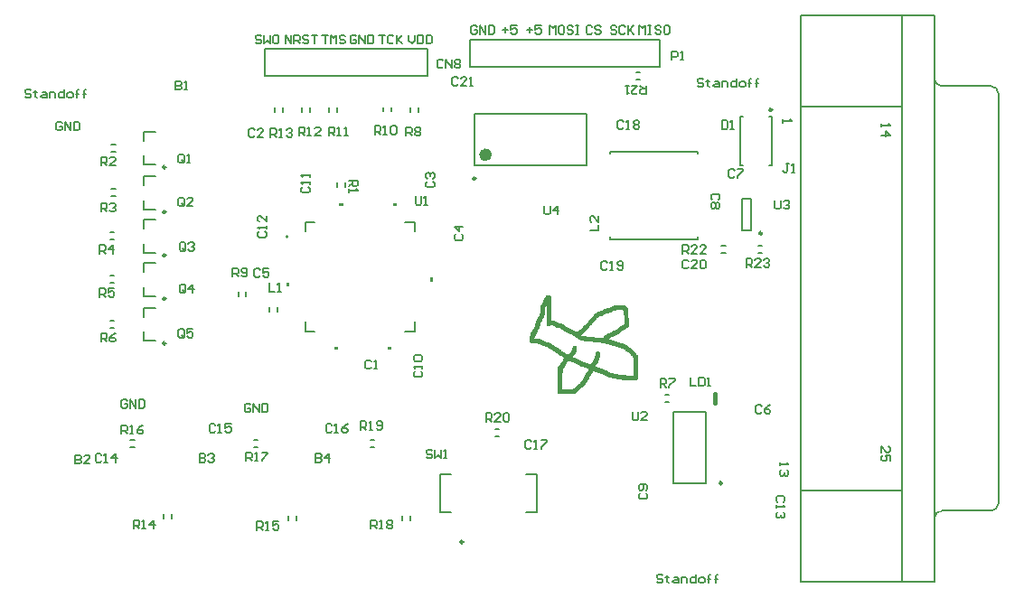
<source format=gto>
G04*
G04 #@! TF.GenerationSoftware,Altium Limited,Altium Designer,19.1.7 (138)*
G04*
G04 Layer_Color=65535*
%FSLAX25Y25*%
%MOIN*%
G70*
G01*
G75*
%ADD10C,0.00984*%
%ADD11C,0.00787*%
%ADD12C,0.02362*%
%ADD13C,0.00600*%
%ADD14C,0.01575*%
G36*
X468392Y233012D02*
X466892D01*
Y232012D01*
X468392D01*
Y233012D01*
D02*
G37*
G36*
X450512Y256797D02*
X449512D01*
Y255297D01*
X450512D01*
Y256797D01*
D02*
G37*
G36*
X470360Y284988D02*
X468860D01*
Y285988D01*
X470360D01*
Y284988D01*
D02*
G37*
G36*
X488077Y233012D02*
X486577D01*
Y232012D01*
X488077D01*
Y233012D01*
D02*
G37*
G36*
X502488Y258766D02*
X503488D01*
Y257266D01*
X502488D01*
Y258766D01*
D02*
G37*
G36*
X490045Y284988D02*
X488545D01*
Y285988D01*
X490045D01*
Y284988D01*
D02*
G37*
G36*
X546200Y252240D02*
X546340Y252200D01*
X546360Y252180D01*
X546440Y252140D01*
X546560Y252060D01*
X546700Y251960D01*
X546980Y251640D01*
Y242940D01*
X547640Y242780D01*
X547700D01*
X547760Y242760D01*
X547840Y242740D01*
X548020Y242700D01*
X548220Y242640D01*
X548240D01*
X548260Y242620D01*
X548380Y242580D01*
X548500Y242520D01*
X548620Y242460D01*
X548640D01*
X548680Y242440D01*
X548800Y242360D01*
X548960Y242300D01*
X549100Y242260D01*
X549140D01*
X549220Y242220D01*
X549320Y242160D01*
X549460Y242040D01*
X549500Y242000D01*
X549560Y241980D01*
X549640Y241940D01*
X549760Y241880D01*
X549920Y241840D01*
X550120Y241800D01*
X550380Y241760D01*
X550480D01*
X550580Y241740D01*
X550700Y241720D01*
X551000Y241660D01*
X551140Y241620D01*
X551260Y241560D01*
X551280D01*
X551320Y241540D01*
X551400Y241480D01*
X551480Y241420D01*
X551620Y241340D01*
X551760Y241220D01*
X551920Y241060D01*
X552120Y240880D01*
X552140Y240860D01*
X552220Y240800D01*
X552320Y240700D01*
X552460Y240600D01*
X552780Y240400D01*
X552940Y240300D01*
X553100Y240240D01*
X553120D01*
X553180Y240220D01*
X553280Y240180D01*
X553420Y240140D01*
X553580Y240060D01*
X553800Y239980D01*
X554040Y239860D01*
X554300Y239720D01*
X554340Y239700D01*
X554420Y239660D01*
X554560Y239580D01*
X554720Y239500D01*
X555060Y239320D01*
X555220Y239220D01*
X555340Y239140D01*
X555360Y239120D01*
X555400Y239100D01*
X555500Y239040D01*
X555640Y239000D01*
X556080Y238840D01*
X556100D01*
X556140Y238820D01*
X556280Y238780D01*
X556440Y238740D01*
X556500Y238720D01*
X556580D01*
X556640Y238740D01*
X556720Y238780D01*
X556820Y238840D01*
X556840D01*
X556860Y238880D01*
X556980Y238940D01*
X557140Y239040D01*
X557320Y239140D01*
X557340Y239160D01*
X557380Y239200D01*
X557480Y239280D01*
X557620Y239400D01*
X557800Y239580D01*
X557940Y239720D01*
X558080Y239840D01*
X558220Y240000D01*
X558400Y240180D01*
X558600Y240400D01*
X558820Y240620D01*
X558840Y240640D01*
X558880Y240680D01*
X558940Y240740D01*
X559020Y240840D01*
X559140Y240960D01*
X559260Y241080D01*
X559560Y241400D01*
X559880Y241780D01*
X560240Y242180D01*
X560620Y242600D01*
X560960Y243020D01*
Y243040D01*
X561000Y243060D01*
X561100Y243180D01*
X561260Y243360D01*
X561460Y243600D01*
X561720Y243880D01*
X562020Y244200D01*
X562340Y244520D01*
X562680Y244860D01*
X562700Y244880D01*
X562720Y244900D01*
X562840Y245000D01*
X563000Y245160D01*
X563200Y245340D01*
X563420Y245520D01*
X563620Y245680D01*
X563820Y245820D01*
X563980Y245900D01*
X564000D01*
X564020Y245920D01*
X564100Y245940D01*
X564200Y245980D01*
X564340Y246040D01*
X564540Y246120D01*
X564780Y246200D01*
X565080Y246320D01*
X565100D01*
X565120Y246340D01*
X565240Y246380D01*
X565400Y246460D01*
X565640Y246560D01*
X565900Y246680D01*
X566200Y246820D01*
X566520Y246960D01*
X566860Y247120D01*
X566880D01*
X566960Y247140D01*
X567060Y247180D01*
X567220Y247220D01*
X567240D01*
X567260Y247240D01*
X567380Y247260D01*
X567540Y247280D01*
X567700Y247300D01*
X567740D01*
X567840Y247340D01*
X568000Y247380D01*
X568200Y247440D01*
X568220D01*
X568260Y247460D01*
X568380Y247520D01*
X568540Y247600D01*
X568700Y247700D01*
X568720Y247720D01*
X568780Y247740D01*
X568880Y247800D01*
X568980Y247860D01*
X569120Y247940D01*
X569280Y248000D01*
X569620Y248140D01*
X569640D01*
X569700Y248160D01*
X569780Y248200D01*
X569900Y248240D01*
X570140Y248300D01*
X570380Y248320D01*
X570420D01*
X570540Y248340D01*
X570660Y248360D01*
X570700Y248380D01*
X570740Y248400D01*
X570760Y248420D01*
X570780D01*
X570840Y248440D01*
X570900Y248460D01*
X571000Y248480D01*
X571120Y248500D01*
X571480D01*
X571620Y248520D01*
X574280D01*
X575540Y247000D01*
X575620Y240740D01*
X575260Y240360D01*
X575240Y240340D01*
X575160Y240260D01*
X575060Y240160D01*
X574940Y240060D01*
X574920Y240040D01*
X574860Y239980D01*
X574780Y239920D01*
X574720Y239880D01*
X574700D01*
X574680Y239860D01*
X574560Y239800D01*
X574380Y239720D01*
X574160Y239580D01*
X574140D01*
X574120Y239540D01*
X573980Y239460D01*
X573800Y239360D01*
X573620Y239260D01*
X573600D01*
X573560Y239220D01*
X573460Y239160D01*
X573320Y239060D01*
X573280Y239040D01*
X573200Y238960D01*
X573060Y238860D01*
X572880Y238720D01*
X572860Y238700D01*
X572780Y238640D01*
X572660Y238540D01*
X572520Y238420D01*
X572340Y238280D01*
X572140Y238140D01*
X571720Y237840D01*
X571700Y237820D01*
X571620Y237780D01*
X571520Y237720D01*
X571400Y237660D01*
X571080Y237500D01*
X570920Y237440D01*
X570760Y237380D01*
X570740D01*
X570680Y237360D01*
X570600Y237320D01*
X570460Y237260D01*
X570280Y237200D01*
X570060Y237080D01*
X569800Y236940D01*
X569480Y236780D01*
X569440Y236760D01*
X569340Y236700D01*
X569180Y236620D01*
X569000Y236520D01*
X568800Y236400D01*
X568600Y236280D01*
X568440Y236160D01*
X568300Y236060D01*
X568280Y236040D01*
X568220Y235980D01*
X568180Y235920D01*
Y235880D01*
X568240D01*
X568280Y235860D01*
X568580D01*
X568680Y235840D01*
X568820Y235820D01*
X569020Y235760D01*
X569040D01*
X569080Y235740D01*
X569120Y235720D01*
X569200Y235700D01*
X569380Y235620D01*
X569580Y235520D01*
X569600D01*
X569620Y235500D01*
X569760Y235460D01*
X569920Y235380D01*
X570100Y235320D01*
X570120D01*
X570140Y235300D01*
X570240Y235280D01*
X570340Y235240D01*
X570440Y235220D01*
X570460D01*
X570520Y235200D01*
X570640Y235180D01*
X570800Y235120D01*
X572100Y234740D01*
X572120D01*
X572160Y234720D01*
X572220Y234700D01*
X572300Y234680D01*
X572480Y234620D01*
X572680Y234580D01*
X572700D01*
X572760Y234560D01*
X572840Y234540D01*
X572960Y234520D01*
X573100Y234480D01*
X573260Y234440D01*
X573600Y234320D01*
X573620D01*
X573680Y234300D01*
X573780Y234260D01*
X573880Y234220D01*
X574160Y234100D01*
X574440Y234000D01*
X574460D01*
X574480Y233980D01*
X574580Y233920D01*
X574680Y233860D01*
X574760Y233840D01*
X574780D01*
X574840Y233820D01*
X574920Y233780D01*
X575020Y233700D01*
X575040Y233680D01*
X575120Y233600D01*
X575240Y233500D01*
X575380Y233360D01*
X575420Y233320D01*
X575500Y233240D01*
X575620Y233140D01*
X575740Y233020D01*
X575760Y233000D01*
X575840Y232960D01*
X575900Y232920D01*
X575960Y232900D01*
X575980D01*
X576020Y232860D01*
X576120Y232820D01*
X576240Y232740D01*
X576400Y232600D01*
X576620Y232420D01*
X576880Y232200D01*
X577200Y231900D01*
X577220D01*
X577240Y231860D01*
X577360Y231760D01*
X577520Y231600D01*
X577700Y231400D01*
X577920Y231200D01*
X578120Y230980D01*
X578280Y230780D01*
X578420Y230600D01*
Y230580D01*
X578440Y230540D01*
X578480Y230480D01*
X578540Y230420D01*
X578660Y230220D01*
X578820Y230040D01*
X578840Y230020D01*
X578860Y230000D01*
X578880Y229960D01*
X578900Y229860D01*
X578940Y229740D01*
Y229560D01*
X578960Y229320D01*
Y229280D01*
Y229240D01*
Y229160D01*
Y229060D01*
X578980Y228940D01*
Y228780D01*
Y228580D01*
Y228360D01*
Y228100D01*
X579000Y227800D01*
Y227440D01*
Y227060D01*
Y226620D01*
Y226140D01*
Y225600D01*
Y221340D01*
X578300Y220640D01*
X575640D01*
X575420Y220660D01*
X575120D01*
X575020Y220680D01*
X574900Y220700D01*
X574660Y220720D01*
X574520Y220760D01*
X574420Y220780D01*
X574400D01*
X574380Y220800D01*
X574320D01*
X574240Y220820D01*
X574040Y220860D01*
X573780Y220900D01*
X573720D01*
X573640Y220920D01*
X573560D01*
X573340Y220940D01*
X573080Y220960D01*
X573020D01*
X572960Y220980D01*
X572740D01*
X572620Y221000D01*
X572300Y221040D01*
X572280D01*
X572220Y221060D01*
X572140D01*
X572040Y221080D01*
X571780Y221120D01*
X571500Y221180D01*
X571480D01*
X571440Y221200D01*
X571380D01*
X571280Y221220D01*
X571060Y221280D01*
X570800Y221320D01*
X570780D01*
X570740Y221340D01*
X570680D01*
X570600Y221360D01*
X570440Y221380D01*
X570160D01*
X570020Y221400D01*
X569820Y221440D01*
X569800D01*
X569780Y221460D01*
X569660Y221500D01*
X569480Y221540D01*
X569280Y221600D01*
X569260D01*
X569240Y221620D01*
X569100Y221640D01*
X568940Y221700D01*
X568740Y221740D01*
X568700Y221760D01*
X568600Y221780D01*
X568480Y221800D01*
X568300D01*
X568200Y221820D01*
X568080Y221840D01*
X568000Y221900D01*
X567980Y221920D01*
X567940Y221960D01*
X567860Y222000D01*
X567740Y222020D01*
X567700D01*
X567620Y222060D01*
X567480Y222160D01*
X567400Y222220D01*
X567300Y222320D01*
X567280Y222340D01*
X567240Y222380D01*
X567160Y222440D01*
X567020Y222520D01*
X566860Y222620D01*
X566640Y222740D01*
X566380Y222860D01*
X566060Y223000D01*
X566020Y223020D01*
X565900Y223060D01*
X565720Y223140D01*
X565480Y223240D01*
X565180Y223340D01*
X564860Y223460D01*
X564500Y223580D01*
X564120Y223680D01*
X564100D01*
X564080Y223700D01*
X563960Y223740D01*
X563800Y223780D01*
X563600Y223840D01*
X563580D01*
X563560Y223860D01*
X563460Y223900D01*
X563320Y223940D01*
X563180Y224000D01*
X563160D01*
X563140Y224020D01*
X563040Y224080D01*
X562900Y224120D01*
X562760Y224140D01*
X562740D01*
X562700Y224120D01*
X562640Y224080D01*
X562580Y224040D01*
X562500Y223960D01*
X562400Y223840D01*
X562280Y223700D01*
X562260Y223680D01*
X562220Y223620D01*
X562160Y223520D01*
X562080Y223400D01*
X561960Y223220D01*
X561840Y223020D01*
X561700Y222780D01*
X561540Y222500D01*
X561120Y221720D01*
Y221700D01*
X561080Y221660D01*
X561020Y221520D01*
X560920Y221360D01*
X560880Y221300D01*
X560840Y221260D01*
X560800Y221220D01*
X560740Y221120D01*
X560640Y221000D01*
X560580Y220860D01*
Y220840D01*
X560540Y220800D01*
X560480Y220700D01*
X560380Y220560D01*
X559640Y219500D01*
X559320Y219020D01*
X559300Y219000D01*
X559240Y218920D01*
X559120Y218780D01*
X559040Y218680D01*
X558940Y218580D01*
X558920Y218560D01*
X558900Y218520D01*
X558840Y218460D01*
X558760Y218400D01*
X558560Y218200D01*
X558300Y217980D01*
X556360Y216340D01*
X556340Y216320D01*
X556280Y216280D01*
X556180Y216200D01*
X556080Y216140D01*
X555880Y215960D01*
X555780Y215900D01*
X555720Y215860D01*
X555700D01*
X555640Y215840D01*
X555600D01*
X555520Y215820D01*
X555400D01*
X555260Y215800D01*
X555100Y215780D01*
X554880D01*
X554640Y215760D01*
X554000D01*
X553600Y215740D01*
X549800D01*
X549480Y216060D01*
X549440Y216100D01*
X549380Y216180D01*
X549300Y216300D01*
X549240Y216440D01*
Y216460D01*
Y216480D01*
Y216540D01*
X549220Y216620D01*
Y216740D01*
Y216880D01*
Y217060D01*
X549240Y217280D01*
X549320Y218060D01*
X549400Y218800D01*
Y218820D01*
Y218860D01*
X549420Y218940D01*
Y219060D01*
X549440Y219240D01*
X549460Y219480D01*
Y219780D01*
X549480Y220160D01*
Y220180D01*
Y220220D01*
Y220280D01*
Y220360D01*
Y220460D01*
X549500Y220580D01*
Y220880D01*
Y221240D01*
X549520Y221660D01*
Y222120D01*
Y222620D01*
Y225820D01*
X549980Y226220D01*
X550000Y226260D01*
X550080Y226360D01*
X550200Y226500D01*
X550340Y226660D01*
Y226680D01*
X550380Y226700D01*
X550460Y226820D01*
X550540Y226960D01*
X550620Y227120D01*
X550640Y227160D01*
X550680Y227240D01*
X550760Y227360D01*
X550860Y227500D01*
X550880Y227540D01*
X550940Y227620D01*
X551020Y227700D01*
X551080Y227780D01*
X551100Y227800D01*
X551120Y227820D01*
X551200Y227940D01*
X551300Y228100D01*
X551320Y228180D01*
X551340Y228280D01*
Y228300D01*
Y228320D01*
X551380Y228460D01*
X551440Y228620D01*
X551540Y228800D01*
X551780Y229020D01*
X550640Y229700D01*
X550620Y229720D01*
X550540Y229760D01*
X550400Y229860D01*
X550200Y229980D01*
X550180Y230000D01*
X550140Y230020D01*
X550080Y230060D01*
X550000Y230120D01*
X549800Y230280D01*
X549560Y230480D01*
X549540Y230500D01*
X549500Y230540D01*
X549440Y230600D01*
X549340Y230660D01*
X549120Y230860D01*
X548820Y231060D01*
X548800Y231080D01*
X548760Y231100D01*
X548680Y231160D01*
X548580Y231220D01*
X548340Y231360D01*
X548100Y231480D01*
X548080D01*
X548040Y231500D01*
X547980Y231540D01*
X547920Y231580D01*
X547720Y231680D01*
X547500Y231800D01*
X547480D01*
X547460Y231820D01*
X547360Y231900D01*
X547240Y231960D01*
X547140Y232040D01*
X547120Y232060D01*
X547060Y232100D01*
X546960Y232180D01*
X546840Y232260D01*
X546660Y232380D01*
X546440Y232500D01*
X546180Y232640D01*
X545880Y232800D01*
X545840Y232820D01*
X545740Y232880D01*
X545580Y232960D01*
X545360Y233040D01*
X545120Y233160D01*
X544860Y233260D01*
X544580Y233360D01*
X544320Y233440D01*
X544300D01*
X544280Y233460D01*
X544220Y233480D01*
X544140Y233500D01*
X543920Y233580D01*
X543660Y233680D01*
X543640D01*
X543600Y233700D01*
X543540Y233740D01*
X543440Y233780D01*
X543240Y233880D01*
X543000Y234000D01*
X542980Y234020D01*
X542920Y234040D01*
X542820Y234080D01*
X542700Y234140D01*
X542420Y234240D01*
X542140Y234320D01*
X542120D01*
X542080Y234340D01*
X541980D01*
X541860Y234360D01*
X541700D01*
X541480Y234380D01*
X540380D01*
X540180Y234400D01*
X539800D01*
X539680Y234420D01*
X539660D01*
X539640Y234440D01*
X539540Y234460D01*
X539400Y234540D01*
X539260Y234660D01*
Y234680D01*
X539240Y234700D01*
X539160Y234800D01*
X539080Y234940D01*
X539020Y235080D01*
Y235100D01*
Y235120D01*
X539000Y235180D01*
Y235260D01*
Y235360D01*
Y235500D01*
Y235660D01*
Y235860D01*
Y235880D01*
Y235920D01*
X539020Y236000D01*
Y236100D01*
X539040Y236220D01*
Y236360D01*
X539100Y236680D01*
X539160Y237020D01*
X539240Y237380D01*
X539340Y237700D01*
X539480Y237980D01*
X539820Y238720D01*
Y238740D01*
X539860Y238780D01*
X539900Y238860D01*
X539940Y238940D01*
X540040Y239140D01*
X540140Y239340D01*
X540620Y240080D01*
X540640Y240120D01*
X540700Y240220D01*
X540780Y240360D01*
X540880Y240560D01*
X540960Y240780D01*
X541040Y241020D01*
X541100Y241260D01*
X541120Y241520D01*
Y241540D01*
Y241560D01*
X541140Y241680D01*
X541180Y241840D01*
X541240Y242000D01*
Y242020D01*
X541280Y242080D01*
X541300Y242160D01*
X541360Y242320D01*
X541500Y242740D01*
Y242760D01*
X541520Y242780D01*
X541540Y242900D01*
X541620Y243080D01*
X541740Y243320D01*
Y243340D01*
X541780Y243380D01*
X541820Y243460D01*
X541860Y243540D01*
X542000Y243760D01*
X542140Y244000D01*
X542160Y244040D01*
X542240Y244140D01*
X542340Y244300D01*
X542440Y244480D01*
X542580Y244700D01*
X542680Y244920D01*
X542780Y245120D01*
X542860Y245320D01*
Y245340D01*
X542880Y245420D01*
X542900Y245540D01*
X542940Y245720D01*
X542960Y245940D01*
X543000Y246220D01*
X543020Y246560D01*
X543040Y246960D01*
Y246980D01*
Y247000D01*
Y247120D01*
X543060Y247280D01*
Y247480D01*
X543080Y247680D01*
X543100Y247880D01*
Y248080D01*
X543120Y248220D01*
Y248240D01*
X543140Y248280D01*
X543180Y248420D01*
X543240Y248580D01*
X543340Y248720D01*
X543360Y248740D01*
X543380Y248780D01*
X543440Y248840D01*
X543500Y248940D01*
X543560Y249060D01*
X543660Y249220D01*
X543740Y249380D01*
X543840Y249580D01*
X543860Y249600D01*
X543880Y249680D01*
X543940Y249800D01*
X544000Y249960D01*
X544080Y250140D01*
X544160Y250340D01*
X544320Y250820D01*
Y250840D01*
X544340Y250880D01*
X544380Y250960D01*
X544420Y251040D01*
X544540Y251260D01*
X544700Y251540D01*
X544920Y251800D01*
X545180Y252020D01*
X545340Y252100D01*
X545500Y252180D01*
X545680Y252220D01*
X545880Y252240D01*
X545940D01*
X546060Y252260D01*
X546200Y252240D01*
D02*
G37*
%LPC*%
G36*
X573460Y246840D02*
X572440Y246800D01*
X572340D01*
X572220Y246780D01*
X572060Y246760D01*
X571880Y246740D01*
X571660Y246720D01*
X571420Y246680D01*
X571180Y246640D01*
X570640Y246520D01*
X570100Y246380D01*
X569840Y246280D01*
X569600Y246160D01*
X569400Y246040D01*
X569200Y245900D01*
X569180Y245880D01*
X569140Y245860D01*
X569040Y245800D01*
X568900Y245760D01*
X568860D01*
X568760Y245720D01*
X568620Y245680D01*
X568420Y245640D01*
X568380D01*
X568320Y245620D01*
X568240Y245600D01*
X568040Y245560D01*
X567800Y245500D01*
X567780D01*
X567740Y245480D01*
X567680Y245460D01*
X567620Y245440D01*
X567440Y245360D01*
X567260Y245280D01*
X566080Y244820D01*
X565580Y244580D01*
X565560D01*
X565540Y244560D01*
X565420Y244500D01*
X565240Y244440D01*
X565060Y244360D01*
X565020Y244340D01*
X564920Y244320D01*
X564820Y244280D01*
X564720Y244260D01*
X564700D01*
X564680Y244240D01*
X564620Y244220D01*
X564520Y244180D01*
X564420Y244100D01*
X564260Y244000D01*
X564080Y243860D01*
X563880Y243680D01*
X563860Y243660D01*
X563780Y243600D01*
X563680Y243480D01*
X563560Y243360D01*
X563280Y243060D01*
X563160Y242900D01*
X563040Y242740D01*
X563020Y242720D01*
X562980Y242660D01*
X562900Y242560D01*
X562780Y242400D01*
X562580Y242180D01*
X562460Y242040D01*
X562320Y241880D01*
X562160Y241680D01*
X561960Y241480D01*
X561760Y241260D01*
X561520Y241000D01*
X561500Y240980D01*
X561460Y240940D01*
X561400Y240860D01*
X561300Y240760D01*
X561180Y240640D01*
X561040Y240480D01*
X560880Y240320D01*
X560720Y240120D01*
X560320Y239700D01*
X559880Y239240D01*
X559420Y238740D01*
X558940Y238240D01*
X558120Y237340D01*
X558420Y237240D01*
X558440D01*
X558480Y237220D01*
X558540Y237200D01*
X558600Y237180D01*
X558700Y237160D01*
X558820Y237140D01*
X558980Y237120D01*
X559160Y237080D01*
X559360Y237040D01*
X559620Y237000D01*
X559900Y236980D01*
X560240Y236940D01*
X560620Y236880D01*
X561040Y236840D01*
X561500Y236800D01*
X562400Y236720D01*
X562480D01*
X562560Y236700D01*
X562660D01*
X562900Y236660D01*
X563000Y236640D01*
X563100Y236620D01*
X563140D01*
X563200Y236600D01*
X563280Y236580D01*
X563480Y236560D01*
X563740Y236520D01*
X564000D01*
X564240Y236500D01*
X564520D01*
X565260Y236460D01*
X565320D01*
X565380Y236440D01*
X565460D01*
X565620Y236420D01*
X565780D01*
X565820Y236400D01*
X565960Y236360D01*
X566120Y236340D01*
X566260D01*
X566320Y236380D01*
X566380Y236460D01*
X566440Y236560D01*
Y236580D01*
X566460Y236600D01*
X566500Y236720D01*
X566520Y236840D01*
X566540Y236960D01*
Y236980D01*
X566580Y237040D01*
X566640Y237120D01*
X566760Y237260D01*
X566840Y237320D01*
X566940Y237420D01*
X567080Y237520D01*
X567240Y237620D01*
X567420Y237740D01*
X567620Y237860D01*
X567860Y238000D01*
X568140Y238140D01*
X568980Y238560D01*
X569440Y238840D01*
X569460D01*
X569480Y238860D01*
X569620Y238940D01*
X569780Y239000D01*
X569960Y239040D01*
X570000D01*
X570080Y239060D01*
X570160Y239100D01*
X570260Y239140D01*
X570400Y239200D01*
X570560Y239280D01*
X570740Y239380D01*
X570760Y239400D01*
X570840Y239440D01*
X570940Y239500D01*
X571080Y239600D01*
X571240Y239720D01*
X571420Y239860D01*
X571620Y240020D01*
X571820Y240200D01*
X572300Y240600D01*
X572320Y240620D01*
X572400Y240680D01*
X572480Y240720D01*
X572540Y240740D01*
X572560D01*
X572600Y240760D01*
X572680Y240800D01*
X572800Y240860D01*
X573260Y241140D01*
X573940Y241520D01*
X573900Y243880D01*
Y243900D01*
Y243940D01*
Y244020D01*
Y244120D01*
Y244240D01*
X573880Y244380D01*
Y244700D01*
X573860Y245040D01*
Y245380D01*
X573840Y245680D01*
X573820Y245800D01*
Y245900D01*
Y245920D01*
Y245980D01*
X573800Y246080D01*
X573780Y246180D01*
X573740Y246380D01*
X573700Y246460D01*
X573660Y246520D01*
X573460Y246840D01*
D02*
G37*
G36*
X545260Y248240D02*
X545020Y248020D01*
X545000Y248000D01*
X544940Y247920D01*
X544860Y247780D01*
X544820Y247580D01*
Y247560D01*
Y247520D01*
Y247440D01*
X544800Y247320D01*
Y247160D01*
X544780Y246940D01*
Y246700D01*
X544760Y246380D01*
Y246360D01*
Y246340D01*
Y246280D01*
X544740Y246200D01*
X544720Y246020D01*
X544700Y245780D01*
X544680Y245500D01*
X544640Y245240D01*
X544600Y244960D01*
X544540Y244720D01*
Y244700D01*
X544520Y244620D01*
X544480Y244520D01*
X544440Y244380D01*
X544300Y244080D01*
X544220Y243940D01*
X544120Y243800D01*
X544100Y243780D01*
X544040Y243700D01*
X543960Y243580D01*
X543860Y243400D01*
X543720Y243180D01*
X543580Y242920D01*
X543420Y242600D01*
X543260Y242260D01*
Y242240D01*
X543240Y242220D01*
X543200Y242100D01*
X543120Y241920D01*
X543060Y241700D01*
X542980Y241460D01*
X542900Y241200D01*
X542860Y240940D01*
X542840Y240700D01*
Y240680D01*
X542820Y240600D01*
X542780Y240460D01*
X542700Y240260D01*
Y240240D01*
X542680Y240200D01*
X542640Y240140D01*
X542620Y240080D01*
X542520Y239880D01*
X542400Y239660D01*
Y239640D01*
X542380Y239620D01*
X542340Y239560D01*
X542300Y239480D01*
X542200Y239300D01*
X542080Y239060D01*
X541920Y238760D01*
X541760Y238460D01*
X541600Y238140D01*
X541440Y237840D01*
X541420Y237800D01*
X541380Y237720D01*
X541300Y237580D01*
X541240Y237400D01*
X541060Y237040D01*
X541000Y236880D01*
X540960Y236760D01*
X540840Y236300D01*
Y236280D01*
Y236240D01*
X540900Y236180D01*
X540940Y236160D01*
X541020Y236140D01*
X541060D01*
X541140Y236120D01*
X541220D01*
X541360Y236100D01*
X541520D01*
X541740Y236080D01*
X542000Y236060D01*
X542120D01*
X542260Y236040D01*
X542420D01*
X542760Y236000D01*
X542920Y235980D01*
X543060Y235960D01*
X543080D01*
X543120Y235940D01*
X543180D01*
X543240Y235920D01*
X543420Y235860D01*
X543600Y235760D01*
X543620D01*
X543640Y235740D01*
X543740Y235680D01*
X543920Y235600D01*
X544120Y235480D01*
X544140D01*
X544180Y235460D01*
X544240Y235420D01*
X544320Y235400D01*
X544520Y235320D01*
X544760Y235240D01*
X545760Y234840D01*
X545780D01*
X545820Y234820D01*
X545880Y234800D01*
X545960Y234780D01*
X546140Y234720D01*
X546360Y234660D01*
X546380Y234640D01*
X546460Y234600D01*
X546580Y234520D01*
X546740Y234420D01*
X547600Y233880D01*
X547620D01*
X547640Y233840D01*
X547780Y233760D01*
X547940Y233640D01*
X548120Y233520D01*
X548140Y233500D01*
X548180Y233460D01*
X548260Y233420D01*
X548380Y233340D01*
X548420Y233320D01*
X548500Y233280D01*
X548620Y233240D01*
X548760Y233180D01*
X548800D01*
X548880Y233140D01*
X549000Y233080D01*
X549160Y233000D01*
X549180D01*
X549200Y232980D01*
X549300Y232920D01*
X549440Y232820D01*
X549560Y232700D01*
X549580Y232680D01*
X549600Y232660D01*
X549720Y232540D01*
X549880Y232420D01*
X549940Y232360D01*
X550000Y232340D01*
X550020D01*
X550060Y232320D01*
X550120Y232280D01*
X550200Y232240D01*
X550300Y232180D01*
X550420Y232080D01*
X550580Y231960D01*
X550620Y231940D01*
X550720Y231860D01*
X550860Y231740D01*
X551060Y231580D01*
X551300Y231420D01*
X551580Y231220D01*
X551880Y231040D01*
X552200Y230840D01*
X552220D01*
X552240Y230820D01*
X552340Y230760D01*
X552500Y230700D01*
X552660Y230600D01*
X552860Y230520D01*
X553040Y230460D01*
X553200Y230400D01*
X553300D01*
X553320Y230420D01*
X553380Y230480D01*
X553480Y230600D01*
X553620Y230740D01*
X554240Y231460D01*
X554260Y231480D01*
X554280Y231500D01*
X554380Y231620D01*
X554480Y231780D01*
X554580Y231940D01*
Y231960D01*
X554600Y231980D01*
X554640Y232080D01*
X554680Y232260D01*
X554720Y232460D01*
Y232480D01*
Y232500D01*
X554740Y232560D01*
X554760Y232640D01*
X554800Y232820D01*
X554900Y233040D01*
X555020Y233240D01*
X555180Y233440D01*
X555400Y233580D01*
X555540Y233620D01*
X555680Y233640D01*
X555720D01*
X555860Y233620D01*
X556020Y233540D01*
X556120Y233500D01*
X556200Y233420D01*
X556280Y233340D01*
X556360Y233220D01*
X556440Y233080D01*
X556480Y232920D01*
X556520Y232720D01*
Y232480D01*
X556500Y232220D01*
X556440Y231920D01*
Y231900D01*
X556420Y231840D01*
X556400Y231760D01*
X556380Y231640D01*
X556280Y231380D01*
X556160Y231100D01*
Y231080D01*
X556120Y231040D01*
X556060Y230960D01*
X556000Y230840D01*
X555900Y230720D01*
X555760Y230560D01*
X555600Y230360D01*
X555420Y230160D01*
X554760Y229380D01*
X555020Y229340D01*
X555040D01*
X555140Y229300D01*
X555260Y229260D01*
X555420Y229180D01*
X555960Y228960D01*
X555980D01*
X556000Y228940D01*
X556140Y228880D01*
X556320Y228800D01*
X556520Y228720D01*
X556540D01*
X556580Y228700D01*
X556700Y228660D01*
X556840Y228620D01*
X556980Y228600D01*
X557000D01*
X557040Y228580D01*
X557100Y228560D01*
X557200Y228520D01*
X557360Y228440D01*
X557460Y228380D01*
X557520Y228320D01*
X557540Y228300D01*
X557620Y228240D01*
X557740Y228160D01*
X557880Y228100D01*
X558260Y227900D01*
X558280D01*
X558300Y227880D01*
X558360Y227840D01*
X558440Y227800D01*
X558620Y227700D01*
X558840Y227600D01*
X558860D01*
X558900Y227580D01*
X559020Y227540D01*
X559180Y227480D01*
X559320Y227460D01*
X559380D01*
X559460Y227440D01*
X559600Y227400D01*
X559760Y227340D01*
X560000Y227240D01*
X560280Y227120D01*
X560640Y226960D01*
X560660D01*
X560700Y226940D01*
X560760Y226920D01*
X560840Y226900D01*
X561060Y226820D01*
X561320Y226760D01*
X561360D01*
X561440Y226740D01*
X561540Y226760D01*
X561600Y226800D01*
X561660Y226860D01*
X561700Y226900D01*
X561740Y226960D01*
X561800Y227040D01*
X561880Y227160D01*
X562000Y227320D01*
X562140Y227520D01*
X562300Y227780D01*
X562320Y227800D01*
X562340Y227860D01*
X562380Y227940D01*
X562440Y228040D01*
X562520Y228180D01*
X562600Y228340D01*
X562760Y228700D01*
X562940Y229100D01*
X563100Y229520D01*
X563200Y229920D01*
X563240Y230100D01*
X563260Y230280D01*
Y230300D01*
Y230320D01*
X563280Y230400D01*
X563300Y230500D01*
X563360Y230580D01*
X563380Y230600D01*
X563420Y230640D01*
X563440Y230720D01*
X563460Y230820D01*
Y230840D01*
X563480Y230860D01*
X563520Y230960D01*
X563600Y231120D01*
X563740Y231280D01*
X563760Y231300D01*
X563780Y231320D01*
X563920Y231400D01*
X564100Y231460D01*
X564200Y231500D01*
X564360D01*
X564460Y231480D01*
X564600Y231440D01*
X564760Y231380D01*
X564900Y231260D01*
X565040Y231080D01*
X565100Y230960D01*
X565140Y230820D01*
X565180Y230660D01*
Y230480D01*
Y230460D01*
Y230440D01*
Y230340D01*
X565160Y230200D01*
X565140Y230060D01*
Y230040D01*
X565120Y229960D01*
X565080Y229880D01*
X565040Y229820D01*
Y229800D01*
X565000Y229760D01*
Y229700D01*
X564980Y229640D01*
X564960Y229540D01*
Y229420D01*
Y229400D01*
Y229360D01*
X564940Y229240D01*
X564900Y229080D01*
X564880Y229020D01*
X564840Y228980D01*
X564820Y228960D01*
X564800Y228920D01*
X564780Y228860D01*
X564760Y228740D01*
Y228700D01*
X564740Y228600D01*
X564700Y228440D01*
X564600Y228200D01*
Y228180D01*
X564580Y228140D01*
X564540Y228080D01*
X564500Y228000D01*
X564380Y227780D01*
X564240Y227540D01*
X563660Y226600D01*
Y226580D01*
X563620Y226540D01*
X563580Y226460D01*
X563540Y226380D01*
X563440Y226180D01*
X563400Y226100D01*
X563360Y226020D01*
Y226000D01*
Y225940D01*
X563380Y225880D01*
X563420Y225860D01*
X563460Y225840D01*
X563500D01*
X563580Y225800D01*
X563740Y225740D01*
X563960Y225620D01*
X563980D01*
X564020Y225600D01*
X564080Y225560D01*
X564160Y225540D01*
X564340Y225460D01*
X564480Y225440D01*
X564500D01*
X564540Y225420D01*
X564620D01*
X564740Y225380D01*
X564900Y225340D01*
X565100Y225280D01*
X565360Y225180D01*
X565680Y225080D01*
X565700D01*
X565720Y225060D01*
X565840Y225020D01*
X566020Y224980D01*
X566240Y224900D01*
X566480Y224800D01*
X566740Y224700D01*
X567000Y224600D01*
X567260Y224500D01*
X567280D01*
X567300Y224480D01*
X567420Y224400D01*
X567580Y224300D01*
X567760Y224200D01*
X567780D01*
X567800Y224180D01*
X567900Y224120D01*
X568000Y224040D01*
X568080Y223960D01*
X568100D01*
X568120Y223920D01*
X568220Y223860D01*
X568340Y223780D01*
X568480Y223740D01*
X568520D01*
X568580Y223720D01*
X568660Y223680D01*
X568740Y223620D01*
X568760Y223600D01*
X568820Y223580D01*
X568940Y223540D01*
X569020Y223520D01*
X569220D01*
X569320Y223500D01*
X569480Y223460D01*
X569500D01*
X569520Y223440D01*
X569620Y223420D01*
X569780Y223360D01*
X569940Y223300D01*
X569960D01*
X569980Y223280D01*
X570100Y223240D01*
X570260Y223200D01*
X570480Y223140D01*
X570540D01*
X570600Y223120D01*
X570680D01*
X570860Y223100D01*
X571220D01*
X571320Y223080D01*
X571560Y223060D01*
X571660Y223020D01*
X571720Y222980D01*
X571760Y222960D01*
X571800Y222940D01*
X571880Y222900D01*
X571980Y222880D01*
X572120Y222840D01*
X572300Y222800D01*
X572520Y222760D01*
X572560D01*
X572640Y222740D01*
X572760Y222720D01*
X572940D01*
X573140Y222700D01*
X573380Y222680D01*
X573900Y222660D01*
X574120D01*
X574320Y222640D01*
X574560Y222620D01*
X574620D01*
X574760Y222600D01*
X574920Y222560D01*
X575060Y222520D01*
X575100D01*
X575180Y222480D01*
X575340Y222440D01*
X575580Y222400D01*
X575640D01*
X575720Y222380D01*
X575820D01*
X575940Y222360D01*
X576080D01*
X576400Y222340D01*
X577300D01*
Y225660D01*
Y225680D01*
Y225760D01*
Y225860D01*
Y226000D01*
Y226160D01*
Y226360D01*
Y226780D01*
Y227260D01*
Y227720D01*
X577280Y227920D01*
Y228120D01*
Y228300D01*
Y228440D01*
Y228480D01*
Y228560D01*
X577260Y228660D01*
Y228800D01*
X577240Y228920D01*
X577220Y229040D01*
X577180Y229120D01*
X577140Y229140D01*
X577120Y229160D01*
X577080Y229240D01*
X577020Y229360D01*
X576980Y229480D01*
X576960Y229520D01*
X576940Y229580D01*
X576880Y229640D01*
X576800Y229760D01*
X576680Y229900D01*
X576520Y230060D01*
X576320Y230280D01*
X576300Y230300D01*
X576220Y230380D01*
X576100Y230500D01*
X575960Y230640D01*
X575800Y230800D01*
X575620Y230960D01*
X575440Y231120D01*
X575260Y231260D01*
X574820Y231520D01*
X574440Y231880D01*
X574420Y231900D01*
X574380Y231920D01*
X574300Y231980D01*
X574200Y232060D01*
X574060Y232140D01*
X573880Y232240D01*
X573680Y232340D01*
X573440Y232440D01*
X573420Y232460D01*
X573320Y232480D01*
X573200Y232540D01*
X573020Y232600D01*
X572820Y232680D01*
X572580Y232740D01*
X572100Y232860D01*
X571500Y233020D01*
X570840Y233240D01*
X570820D01*
X570780Y233260D01*
X570740Y233280D01*
X570660Y233320D01*
X570460Y233380D01*
X570260Y233440D01*
X570240D01*
X570220Y233460D01*
X570100Y233480D01*
X569980Y233500D01*
X569860Y233520D01*
X569840D01*
X569780Y233540D01*
X569680Y233560D01*
X569540Y233600D01*
X569500Y233620D01*
X569400Y233660D01*
X569260Y233720D01*
X569080Y233800D01*
X569040Y233820D01*
X568980Y233840D01*
X568920Y233880D01*
X568720Y233940D01*
X568440Y234020D01*
X568420D01*
X568380Y234040D01*
X568300Y234060D01*
X568180Y234100D01*
X568060Y234120D01*
X567920Y234160D01*
X567600Y234220D01*
X566620Y234380D01*
X565680Y234580D01*
X565660D01*
X565620Y234600D01*
X565540Y234620D01*
X565420Y234640D01*
X565300Y234680D01*
X565140Y234700D01*
X564800Y234760D01*
X564780D01*
X564720Y234780D01*
X564620D01*
X564520Y234800D01*
X564240Y234820D01*
X563460D01*
X563160Y234840D01*
X563100D01*
X563020Y234860D01*
X562920D01*
X562720Y234900D01*
X562500Y234920D01*
X562460D01*
X562400Y234940D01*
X562320D01*
X562220Y234960D01*
X562100Y234980D01*
X561940D01*
X561780Y235000D01*
X560880Y235120D01*
X560800D01*
X560720Y235140D01*
X560600D01*
X560460Y235160D01*
X560300Y235180D01*
X559940Y235220D01*
X559540Y235260D01*
X559140Y235320D01*
X558760Y235360D01*
X558580Y235400D01*
X558420Y235420D01*
X558380D01*
X558300Y235440D01*
X558160Y235480D01*
X558020Y235500D01*
X557860Y235560D01*
X557700Y235600D01*
X557580Y235640D01*
X557500Y235700D01*
X557480Y235720D01*
X557420Y235780D01*
X557340Y235840D01*
X557240Y235880D01*
X557220D01*
X557180Y235900D01*
X557140Y235920D01*
X557060Y235960D01*
X556980Y236020D01*
X556860Y236100D01*
X556700Y236200D01*
X556680Y236220D01*
X556640Y236260D01*
X556560Y236300D01*
X556460Y236380D01*
X556240Y236560D01*
X556020Y236740D01*
X556000Y236760D01*
X555980Y236780D01*
X555880Y236880D01*
X555740Y236960D01*
X555680Y237000D01*
X555620Y237020D01*
X555600D01*
X555540Y237040D01*
X555440Y237080D01*
X555300Y237120D01*
X554940Y237280D01*
X554280Y237660D01*
X554240Y237680D01*
X554160Y237720D01*
X554020Y237800D01*
X553860Y237900D01*
X553660Y238000D01*
X553440Y238100D01*
X552980Y238320D01*
X552960Y238340D01*
X552880Y238360D01*
X552780Y238420D01*
X552660Y238460D01*
X552420Y238580D01*
X552300Y238620D01*
X552220Y238640D01*
X552200D01*
X552120Y238660D01*
X552000Y238720D01*
X551820Y238820D01*
X551800D01*
X551780Y238860D01*
X551720Y238900D01*
X551640Y238960D01*
X551460Y239100D01*
X551240Y239300D01*
X551220Y239320D01*
X551160Y239380D01*
X551060Y239460D01*
X550960Y239560D01*
X550700Y239740D01*
X550580Y239820D01*
X550480Y239880D01*
X550440Y239900D01*
X550380Y239920D01*
X550320Y239940D01*
X550220Y239980D01*
X550100Y240000D01*
X549940Y240020D01*
X549780Y240040D01*
X549700D01*
X549620Y240060D01*
X549520Y240080D01*
X549260Y240120D01*
X549020Y240200D01*
X549000D01*
X548980Y240220D01*
X548920Y240260D01*
X548840Y240300D01*
X548620Y240400D01*
X548340Y240560D01*
X548300Y240580D01*
X548220Y240620D01*
X548100Y240700D01*
X547940Y240780D01*
X547580Y240960D01*
X547400Y241020D01*
X547240Y241080D01*
X547220D01*
X547180Y241100D01*
X546940D01*
X546840Y241080D01*
X546740Y241020D01*
X546660Y240960D01*
X546620Y240920D01*
X546520Y240860D01*
X546360Y240780D01*
X546240Y240760D01*
X546120Y240740D01*
X546060D01*
X546000Y240760D01*
X545920Y240780D01*
X545720Y240840D01*
X545620Y240900D01*
X545540Y240980D01*
X545260Y241220D01*
Y248240D01*
D02*
G37*
G36*
X553400Y227920D02*
X553360D01*
X553240Y227900D01*
X553120Y227840D01*
X553060Y227800D01*
X553040Y227720D01*
Y227680D01*
X553000Y227580D01*
X552940Y227460D01*
X552840Y227320D01*
X552820Y227300D01*
X552780Y227240D01*
X552720Y227160D01*
X552640Y227040D01*
X552480Y226720D01*
Y226700D01*
X552460Y226660D01*
X552420Y226580D01*
X552380Y226500D01*
X552260Y226300D01*
X552140Y226080D01*
Y226060D01*
X552120Y226040D01*
X552080Y225980D01*
X552020Y225900D01*
X551880Y225700D01*
X551660Y225440D01*
X551280Y224960D01*
X551200Y221380D01*
X551160Y218840D01*
Y218820D01*
Y218800D01*
Y218660D01*
X551140Y218480D01*
Y218280D01*
X551120Y218060D01*
X551100Y217860D01*
X551060Y217700D01*
Y217660D01*
X551040Y217620D01*
Y217600D01*
Y217560D01*
X551060Y217520D01*
X551120Y217500D01*
X551200Y217480D01*
X551300Y217460D01*
X551480D01*
X551660Y217440D01*
X552560D01*
X552800Y217460D01*
X554240D01*
X554480Y217480D01*
X554760D01*
X554820Y217500D01*
X554920D01*
X555080Y217540D01*
X555140Y217580D01*
X555180Y217620D01*
X555200Y217640D01*
X555260Y217680D01*
X555340Y217740D01*
X555440Y217760D01*
X555460D01*
X555520Y217800D01*
X555620Y217880D01*
X555660Y217940D01*
X555720Y218020D01*
X555740Y218040D01*
X555800Y218120D01*
X555920Y218220D01*
X556000Y218300D01*
X556100Y218380D01*
X556120Y218400D01*
X556160Y218420D01*
X556220Y218480D01*
X556300Y218540D01*
X556500Y218720D01*
X556760Y218920D01*
X556780Y218940D01*
X556820Y218980D01*
X556900Y219040D01*
X556980Y219100D01*
X557200Y219300D01*
X557420Y219520D01*
X557440Y219540D01*
X557460Y219560D01*
X557580Y219680D01*
X557700Y219840D01*
X557760Y219900D01*
X557800Y219960D01*
Y219980D01*
X557820Y220020D01*
X557900Y220120D01*
X557960Y220260D01*
X558000Y220300D01*
X558040Y220340D01*
X558060Y220360D01*
X558120Y220420D01*
X558160Y220460D01*
X558200Y220540D01*
X558280Y220620D01*
X558360Y220740D01*
X558380Y220760D01*
X558400Y220800D01*
X558460Y220900D01*
X558560Y221020D01*
X558660Y221180D01*
X558800Y221400D01*
X558940Y221640D01*
X559120Y221920D01*
X560140Y223720D01*
Y223740D01*
X560160Y223760D01*
X560240Y223880D01*
X560320Y224000D01*
X560420Y224100D01*
X560440Y224140D01*
X560500Y224220D01*
X560560Y224320D01*
X560600Y224440D01*
Y224460D01*
X560620Y224520D01*
X560680Y224600D01*
X560760Y224700D01*
X560780D01*
X560800Y224720D01*
X560880Y224800D01*
X560900Y224840D01*
X560880Y224900D01*
X560820Y224960D01*
X560720Y225020D01*
X560700D01*
X560640Y225060D01*
X560520Y225100D01*
X560440Y225140D01*
X560340Y225180D01*
X560220Y225220D01*
X560060Y225280D01*
X559900Y225340D01*
X559700Y225400D01*
X559480Y225480D01*
X559240Y225560D01*
X558960Y225640D01*
X558660Y225740D01*
X558640D01*
X558600Y225760D01*
X558520Y225780D01*
X558400Y225820D01*
X558280Y225880D01*
X558140Y225920D01*
X557820Y226060D01*
X557800D01*
X557760Y226100D01*
X557680Y226140D01*
X557580Y226180D01*
X557360Y226280D01*
X557160Y226400D01*
X557120Y226420D01*
X557020Y226500D01*
X556860Y226600D01*
X556680Y226700D01*
X556640Y226720D01*
X556540Y226780D01*
X556420Y226840D01*
X556300Y226880D01*
X556280D01*
X556200Y226920D01*
X556080Y226940D01*
X555920Y227000D01*
X555460Y227200D01*
X555440Y227220D01*
X555380Y227240D01*
X555260Y227300D01*
X555120Y227360D01*
X554960Y227440D01*
X554760Y227520D01*
X554340Y227680D01*
X554320Y227700D01*
X554240Y227720D01*
X554140Y227760D01*
X554000Y227800D01*
X553700Y227880D01*
X553540Y227900D01*
X553400Y227920D01*
D02*
G37*
%LPD*%
D10*
X514506Y161136D02*
G03*
X514506Y161136I-492J0D01*
G01*
X624709Y275012D02*
G03*
X624709Y275012I-492J0D01*
G01*
X519146Y295228D02*
G03*
X519146Y295228I-492J0D01*
G01*
X610008Y182811D02*
G03*
X610008Y182811I-492J0D01*
G01*
X628406Y320614D02*
G03*
X628406Y320614I-492J0D01*
G01*
X404815Y299413D02*
G03*
X404815Y299413I-492J0D01*
G01*
Y282913D02*
G03*
X404815Y282913I-492J0D01*
G01*
Y266913D02*
G03*
X404815Y266913I-492J0D01*
G01*
Y250913D02*
G03*
X404815Y250913I-492J0D01*
G01*
Y234413D02*
G03*
X404815Y234413I-492J0D01*
G01*
D11*
X711933Y326573D02*
G03*
X709197Y329309I-2736J0D01*
G01*
X691067Y172636D02*
G03*
X688331Y169900I0J-2736D01*
G01*
Y332065D02*
G03*
X691067Y329329I2736J0D01*
G01*
X709197Y172655D02*
G03*
X711933Y175392I0J2736D01*
G01*
X526213Y200122D02*
X527787D01*
X526213Y202878D02*
X527787D01*
X537636Y171963D02*
X541573D01*
X506140D02*
X510077D01*
X506140D02*
Y186136D01*
X541573Y171963D02*
Y186136D01*
X506140D02*
X510077D01*
X537636D02*
X541573D01*
X623213Y267622D02*
X624787D01*
X623213Y270378D02*
X624787D01*
X609665Y267622D02*
X611240D01*
X609665Y270378D02*
X611240D01*
X676500Y146455D02*
Y355510D01*
X691067Y329329D02*
X709177D01*
X691067Y172636D02*
X709177D01*
X711933Y175392D02*
Y326573D01*
X639098Y321849D02*
X676500D01*
X688311Y146455D02*
Y355510D01*
X639098Y180116D02*
X676500D01*
X639098Y146455D02*
Y355510D01*
X688311D01*
X639098Y146455D02*
X688311D01*
X568858Y272858D02*
X601142D01*
X568858Y305142D02*
X601142D01*
Y272858D02*
Y273646D01*
X568858Y272858D02*
Y273646D01*
X601142Y304354D02*
Y305142D01*
X568858Y304354D02*
Y305142D01*
X617228Y276095D02*
X620772D01*
X617228Y287906D02*
X620772D01*
Y276095D02*
Y287906D01*
X617228Y276095D02*
Y287906D01*
X391713Y196122D02*
X393287D01*
X391713Y198878D02*
X393287D01*
X437260Y196122D02*
X438835D01*
X437260Y198878D02*
X438835D01*
X587000Y336500D02*
Y346500D01*
X517000Y336500D02*
X587000D01*
X517000D02*
Y346500D01*
X587000D01*
X495122Y319939D02*
Y321514D01*
X497878Y319939D02*
Y321514D01*
X485122Y319986D02*
Y321561D01*
X487878Y319986D02*
Y321561D01*
X465122Y319939D02*
Y321514D01*
X467878Y319939D02*
Y321514D01*
X455122Y319939D02*
Y321514D01*
X457878Y319939D02*
Y321514D01*
X445122Y319939D02*
Y321514D01*
X447878Y319939D02*
Y321514D01*
X441500Y343226D02*
X501500D01*
X441500Y333226D02*
X501500D01*
Y343226D01*
X441500Y333226D02*
Y343226D01*
X578213Y331622D02*
X579787D01*
X578213Y334378D02*
X579787D01*
X560169Y300051D02*
Y318949D01*
X518831Y300051D02*
Y318949D01*
X560169D01*
X518831Y300051D02*
X560169D01*
X588925Y215500D02*
X590500D01*
X588925Y212744D02*
X590500D01*
X591898Y209189D02*
X604102D01*
X591898Y182811D02*
X604102D01*
X591898D02*
Y209189D01*
X604102Y182811D02*
Y209189D01*
X616791Y299945D02*
X617677D01*
X616791Y318055D02*
X617677D01*
X627323Y299945D02*
X628209D01*
X627323Y318055D02*
X628209D01*
X616791Y299945D02*
Y318055D01*
X628209Y299945D02*
Y318055D01*
X492122Y169213D02*
Y170787D01*
X494878Y169213D02*
Y170787D01*
X450122Y169213D02*
Y170787D01*
X452878Y169213D02*
Y170787D01*
X404122Y169713D02*
Y171287D01*
X406878Y169713D02*
Y171287D01*
X468122Y292213D02*
Y293787D01*
X470878Y292213D02*
Y293787D01*
X445878Y246213D02*
Y247787D01*
X443122Y246213D02*
Y247787D01*
X434378Y251713D02*
Y253287D01*
X431622Y251713D02*
Y253287D01*
X480213Y198878D02*
X481787D01*
X480213Y196122D02*
X481787D01*
X384713Y307878D02*
X386287D01*
X384713Y305122D02*
X386287D01*
X384713Y291378D02*
X386287D01*
X384713Y288622D02*
X386287D01*
X384213Y275378D02*
X385787D01*
X384213Y272622D02*
X385787D01*
X384213Y259378D02*
X385787D01*
X384213Y256622D02*
X385787D01*
X396547Y309256D02*
Y312602D01*
X400878D01*
X396547Y300398D02*
Y303744D01*
Y300398D02*
X400878D01*
X384213Y242878D02*
X385787D01*
X384213Y240122D02*
X385787D01*
X396547Y292756D02*
Y296102D01*
X400878D01*
X396547Y283898D02*
Y287244D01*
Y283898D02*
X400878D01*
X396547Y276756D02*
Y280102D01*
X400878D01*
X396547Y267898D02*
Y271244D01*
Y267898D02*
X400878D01*
X396547Y260756D02*
Y264102D01*
X400878D01*
X396547Y251898D02*
Y255244D01*
Y251898D02*
X400878D01*
X396547Y244256D02*
Y247602D01*
X400878D01*
X396547Y235398D02*
Y238744D01*
Y235398D02*
X400878D01*
D12*
X523949Y303988D02*
G03*
X523949Y303988I-1181J0D01*
G01*
D13*
X449828Y273764D02*
G03*
X449828Y273764I-300J0D01*
G01*
X496700Y275671D02*
Y279200D01*
X493171Y238800D02*
X496700D01*
X456300D02*
Y242329D01*
Y275671D02*
Y279200D01*
X493171D02*
X496700D01*
Y238800D02*
Y242329D01*
X456300Y238800D02*
X459829D01*
X456300Y279200D02*
X459829D01*
X632500Y317000D02*
Y315934D01*
Y316467D01*
X635699D01*
X635166Y317000D01*
X631323Y190403D02*
Y189337D01*
Y189870D01*
X634522D01*
X633989Y190403D01*
Y187738D02*
X634522Y187205D01*
Y186138D01*
X633989Y185605D01*
X633456D01*
X632922Y186138D01*
Y186671D01*
Y186138D01*
X632389Y185605D01*
X631856D01*
X631323Y186138D01*
Y187205D01*
X631856Y187738D01*
X668724Y315409D02*
Y314343D01*
Y314876D01*
X671923D01*
X671390Y315409D01*
X668724Y311144D02*
X671923D01*
X670324Y312744D01*
Y310611D01*
X668724Y194198D02*
Y196331D01*
X670857Y194198D01*
X671390D01*
X671923Y194731D01*
Y195798D01*
X671390Y196331D01*
X671923Y190999D02*
Y193132D01*
X670324D01*
X670857Y192065D01*
Y191532D01*
X670324Y190999D01*
X669258D01*
X668724Y191532D01*
Y192599D01*
X669258Y193132D01*
X355133Y327666D02*
X354599Y328199D01*
X353533D01*
X353000Y327666D01*
Y327133D01*
X353533Y326600D01*
X354599D01*
X355133Y326066D01*
Y325533D01*
X354599Y325000D01*
X353533D01*
X353000Y325533D01*
X356732Y327666D02*
Y327133D01*
X356199D01*
X357265D01*
X356732D01*
Y325533D01*
X357265Y325000D01*
X359398Y327133D02*
X360464D01*
X360997Y326600D01*
Y325000D01*
X359398D01*
X358865Y325533D01*
X359398Y326066D01*
X360997D01*
X362064Y325000D02*
Y327133D01*
X363663D01*
X364196Y326600D01*
Y325000D01*
X367395Y328199D02*
Y325000D01*
X365796D01*
X365263Y325533D01*
Y326600D01*
X365796Y327133D01*
X367395D01*
X368995Y325000D02*
X370061D01*
X370594Y325533D01*
Y326600D01*
X370061Y327133D01*
X368995D01*
X368462Y326600D01*
Y325533D01*
X368995Y325000D01*
X372194D02*
Y327666D01*
Y326600D01*
X371661D01*
X372727D01*
X372194D01*
Y327666D01*
X372727Y328199D01*
X374860Y325000D02*
Y327666D01*
Y326600D01*
X374326D01*
X375393D01*
X374860D01*
Y327666D01*
X375393Y328199D01*
X588133Y148666D02*
X587600Y149199D01*
X586533D01*
X586000Y148666D01*
Y148133D01*
X586533Y147599D01*
X587600D01*
X588133Y147066D01*
Y146533D01*
X587600Y146000D01*
X586533D01*
X586000Y146533D01*
X589732Y148666D02*
Y148133D01*
X589199D01*
X590265D01*
X589732D01*
Y146533D01*
X590265Y146000D01*
X592398Y148133D02*
X593464D01*
X593997Y147599D01*
Y146000D01*
X592398D01*
X591865Y146533D01*
X592398Y147066D01*
X593997D01*
X595064Y146000D02*
Y148133D01*
X596663D01*
X597196Y147599D01*
Y146000D01*
X600395Y149199D02*
Y146000D01*
X598796D01*
X598263Y146533D01*
Y147599D01*
X598796Y148133D01*
X600395D01*
X601995Y146000D02*
X603061D01*
X603594Y146533D01*
Y147599D01*
X603061Y148133D01*
X601995D01*
X601462Y147599D01*
Y146533D01*
X601995Y146000D01*
X605194D02*
Y148666D01*
Y147599D01*
X604661D01*
X605727D01*
X605194D01*
Y148666D01*
X605727Y149199D01*
X607860Y146000D02*
Y148666D01*
Y147599D01*
X607327D01*
X608393D01*
X607860D01*
Y148666D01*
X608393Y149199D01*
X603133Y331666D02*
X602599Y332199D01*
X601533D01*
X601000Y331666D01*
Y331133D01*
X601533Y330599D01*
X602599D01*
X603133Y330066D01*
Y329533D01*
X602599Y329000D01*
X601533D01*
X601000Y329533D01*
X604732Y331666D02*
Y331133D01*
X604199D01*
X605265D01*
X604732D01*
Y329533D01*
X605265Y329000D01*
X607398Y331133D02*
X608464D01*
X608997Y330599D01*
Y329000D01*
X607398D01*
X606865Y329533D01*
X607398Y330066D01*
X608997D01*
X610064Y329000D02*
Y331133D01*
X611663D01*
X612196Y330599D01*
Y329000D01*
X615395Y332199D02*
Y329000D01*
X613796D01*
X613263Y329533D01*
Y330599D01*
X613796Y331133D01*
X615395D01*
X616995Y329000D02*
X618061D01*
X618594Y329533D01*
Y330599D01*
X618061Y331133D01*
X616995D01*
X616462Y330599D01*
Y329533D01*
X616995Y329000D01*
X620194D02*
Y331666D01*
Y330599D01*
X619661D01*
X620727D01*
X620194D01*
Y331666D01*
X620727Y332199D01*
X622860Y329000D02*
Y331666D01*
Y330599D01*
X622327D01*
X623393D01*
X622860D01*
Y331666D01*
X623393Y332199D01*
X436133Y211666D02*
X435600Y212199D01*
X434533D01*
X434000Y211666D01*
Y209533D01*
X434533Y209000D01*
X435600D01*
X436133Y209533D01*
Y210599D01*
X435066D01*
X437199Y209000D02*
Y212199D01*
X439332Y209000D01*
Y212199D01*
X440398D02*
Y209000D01*
X441997D01*
X442531Y209533D01*
Y211666D01*
X441997Y212199D01*
X440398D01*
X390633Y213166D02*
X390100Y213699D01*
X389033D01*
X388500Y213166D01*
Y211033D01*
X389033Y210500D01*
X390100D01*
X390633Y211033D01*
Y212100D01*
X389566D01*
X391699Y210500D02*
Y213699D01*
X393832Y210500D01*
Y213699D01*
X394898D02*
Y210500D01*
X396497D01*
X397031Y211033D01*
Y213166D01*
X396497Y213699D01*
X394898D01*
X366633Y315666D02*
X366100Y316199D01*
X365033D01*
X364500Y315666D01*
Y313533D01*
X365033Y313000D01*
X366100D01*
X366633Y313533D01*
Y314599D01*
X365566D01*
X367699Y313000D02*
Y316199D01*
X369832Y313000D01*
Y316199D01*
X370898D02*
Y313000D01*
X372497D01*
X373031Y313533D01*
Y315666D01*
X372497Y316199D01*
X370898D01*
X440133Y347666D02*
X439600Y348199D01*
X438533D01*
X438000Y347666D01*
Y347133D01*
X438533Y346600D01*
X439600D01*
X440133Y346066D01*
Y345533D01*
X439600Y345000D01*
X438533D01*
X438000Y345533D01*
X441199Y348199D02*
Y345000D01*
X442265Y346066D01*
X443332Y345000D01*
Y348199D01*
X445997D02*
X444931D01*
X444398Y347666D01*
Y345533D01*
X444931Y345000D01*
X445997D01*
X446531Y345533D01*
Y347666D01*
X445997Y348199D01*
X449000Y345000D02*
Y348199D01*
X451133Y345000D01*
Y348199D01*
X452199Y345000D02*
Y348199D01*
X453798D01*
X454332Y347666D01*
Y346600D01*
X453798Y346066D01*
X452199D01*
X453265D02*
X454332Y345000D01*
X457531Y347666D02*
X456997Y348199D01*
X455931D01*
X455398Y347666D01*
Y347133D01*
X455931Y346600D01*
X456997D01*
X457531Y346066D01*
Y345533D01*
X456997Y345000D01*
X455931D01*
X455398Y345533D01*
X458597Y348199D02*
X460730D01*
X459663D01*
Y345000D01*
X462500Y348199D02*
X464633D01*
X463566D01*
Y345000D01*
X465699D02*
Y348199D01*
X466765Y347133D01*
X467832Y348199D01*
Y345000D01*
X471031Y347666D02*
X470497Y348199D01*
X469431D01*
X468898Y347666D01*
Y347133D01*
X469431Y346600D01*
X470497D01*
X471031Y346066D01*
Y345533D01*
X470497Y345000D01*
X469431D01*
X468898Y345533D01*
X475133Y347666D02*
X474600Y348199D01*
X473533D01*
X473000Y347666D01*
Y345533D01*
X473533Y345000D01*
X474600D01*
X475133Y345533D01*
Y346600D01*
X474066D01*
X476199Y345000D02*
Y348199D01*
X478332Y345000D01*
Y348199D01*
X479398D02*
Y345000D01*
X480997D01*
X481531Y345533D01*
Y347666D01*
X480997Y348199D01*
X479398D01*
X483500D02*
X485633D01*
X484566D01*
Y345000D01*
X488832Y347666D02*
X488298Y348199D01*
X487232D01*
X486699Y347666D01*
Y345533D01*
X487232Y345000D01*
X488298D01*
X488832Y345533D01*
X489898Y348199D02*
Y345000D01*
Y346066D01*
X492031Y348199D01*
X490431Y346600D01*
X492031Y345000D01*
X494500Y348199D02*
Y346066D01*
X495566Y345000D01*
X496633Y346066D01*
Y348199D01*
X497699D02*
Y345000D01*
X499298D01*
X499832Y345533D01*
Y347666D01*
X499298Y348199D01*
X497699D01*
X500898D02*
Y345000D01*
X502497D01*
X503031Y345533D01*
Y347666D01*
X502497Y348199D01*
X500898D01*
X579500Y348500D02*
Y351699D01*
X580566Y350633D01*
X581633Y351699D01*
Y348500D01*
X582699Y351699D02*
X583765D01*
X583232D01*
Y348500D01*
X582699D01*
X583765D01*
X587497Y351166D02*
X586964Y351699D01*
X585898D01*
X585365Y351166D01*
Y350633D01*
X585898Y350099D01*
X586964D01*
X587497Y349566D01*
Y349033D01*
X586964Y348500D01*
X585898D01*
X585365Y349033D01*
X590163Y351699D02*
X589097D01*
X588564Y351166D01*
Y349033D01*
X589097Y348500D01*
X590163D01*
X590696Y349033D01*
Y351166D01*
X590163Y351699D01*
X571133Y351166D02*
X570600Y351699D01*
X569533D01*
X569000Y351166D01*
Y350633D01*
X569533Y350099D01*
X570600D01*
X571133Y349566D01*
Y349033D01*
X570600Y348500D01*
X569533D01*
X569000Y349033D01*
X574332Y351166D02*
X573798Y351699D01*
X572732D01*
X572199Y351166D01*
Y349033D01*
X572732Y348500D01*
X573798D01*
X574332Y349033D01*
X575398Y351699D02*
Y348500D01*
Y349566D01*
X577531Y351699D01*
X575931Y350099D01*
X577531Y348500D01*
X562133Y351166D02*
X561599Y351699D01*
X560533D01*
X560000Y351166D01*
Y349033D01*
X560533Y348500D01*
X561599D01*
X562133Y349033D01*
X565332Y351166D02*
X564798Y351699D01*
X563732D01*
X563199Y351166D01*
Y350633D01*
X563732Y350099D01*
X564798D01*
X565332Y349566D01*
Y349033D01*
X564798Y348500D01*
X563732D01*
X563199Y349033D01*
X546500Y348500D02*
Y351699D01*
X547566Y350633D01*
X548633Y351699D01*
Y348500D01*
X551298Y351699D02*
X550232D01*
X549699Y351166D01*
Y349033D01*
X550232Y348500D01*
X551298D01*
X551832Y349033D01*
Y351166D01*
X551298Y351699D01*
X555031Y351166D02*
X554497Y351699D01*
X553431D01*
X552898Y351166D01*
Y350633D01*
X553431Y350099D01*
X554497D01*
X555031Y349566D01*
Y349033D01*
X554497Y348500D01*
X553431D01*
X552898Y349033D01*
X556097Y351699D02*
X557163D01*
X556630D01*
Y348500D01*
X556097D01*
X557163D01*
X538000Y350099D02*
X540133D01*
X539066Y351166D02*
Y349033D01*
X543332Y351699D02*
X541199D01*
Y350099D01*
X542265Y350633D01*
X542798D01*
X543332Y350099D01*
Y349033D01*
X542798Y348500D01*
X541732D01*
X541199Y349033D01*
X529000Y350099D02*
X531133D01*
X530066Y351166D02*
Y349033D01*
X534332Y351699D02*
X532199D01*
Y350099D01*
X533265Y350633D01*
X533798D01*
X534332Y350099D01*
Y349033D01*
X533798Y348500D01*
X532732D01*
X532199Y349033D01*
X519633Y351166D02*
X519100Y351699D01*
X518033D01*
X517500Y351166D01*
Y349033D01*
X518033Y348500D01*
X519100D01*
X519633Y349033D01*
Y350099D01*
X518566D01*
X520699Y348500D02*
Y351699D01*
X522832Y348500D01*
Y351699D01*
X523898D02*
Y348500D01*
X525497D01*
X526031Y349033D01*
Y351166D01*
X525497Y351699D01*
X523898D01*
X567633Y264166D02*
X567100Y264699D01*
X566033D01*
X565500Y264166D01*
Y262033D01*
X566033Y261500D01*
X567100D01*
X567633Y262033D01*
X568699Y261500D02*
X569765D01*
X569232D01*
Y264699D01*
X568699Y264166D01*
X571365Y262033D02*
X571898Y261500D01*
X572964D01*
X573497Y262033D01*
Y264166D01*
X572964Y264699D01*
X571898D01*
X571365Y264166D01*
Y263633D01*
X571898Y263100D01*
X573497D01*
X619000Y262500D02*
Y265699D01*
X620600D01*
X621133Y265166D01*
Y264100D01*
X620600Y263566D01*
X619000D01*
X620066D02*
X621133Y262500D01*
X624332D02*
X622199D01*
X624332Y264633D01*
Y265166D01*
X623798Y265699D01*
X622732D01*
X622199Y265166D01*
X625398D02*
X625931Y265699D01*
X626997D01*
X627531Y265166D01*
Y264633D01*
X626997Y264100D01*
X626464D01*
X626997D01*
X627531Y263566D01*
Y263033D01*
X626997Y262500D01*
X625931D01*
X625398Y263033D01*
X595500Y267500D02*
Y270699D01*
X597099D01*
X597633Y270166D01*
Y269099D01*
X597099Y268566D01*
X595500D01*
X596566D02*
X597633Y267500D01*
X600832D02*
X598699D01*
X600832Y269633D01*
Y270166D01*
X600298Y270699D01*
X599232D01*
X598699Y270166D01*
X604031Y267500D02*
X601898D01*
X604031Y269633D01*
Y270166D01*
X603497Y270699D01*
X602431D01*
X601898Y270166D01*
X561301Y276000D02*
X564500D01*
Y278133D01*
Y281332D02*
Y279199D01*
X562367Y281332D01*
X561834D01*
X561301Y280799D01*
Y279732D01*
X561834Y279199D01*
X582000Y329500D02*
Y326301D01*
X580401D01*
X579867Y326834D01*
Y327901D01*
X580401Y328434D01*
X582000D01*
X580934D02*
X579867Y329500D01*
X576668D02*
X578801D01*
X576668Y327367D01*
Y326834D01*
X577202Y326301D01*
X578268D01*
X578801Y326834D01*
X575602Y329500D02*
X574536D01*
X575069D01*
Y326301D01*
X575602Y326834D01*
X544500Y285199D02*
Y282533D01*
X545033Y282000D01*
X546100D01*
X546633Y282533D01*
Y285199D01*
X549298Y282000D02*
Y285199D01*
X547699Y283599D01*
X549832D01*
X597633Y264666D02*
X597099Y265199D01*
X596033D01*
X595500Y264666D01*
Y262533D01*
X596033Y262000D01*
X597099D01*
X597633Y262533D01*
X600832Y262000D02*
X598699D01*
X600832Y264133D01*
Y264666D01*
X600298Y265199D01*
X599232D01*
X598699Y264666D01*
X601898D02*
X602431Y265199D01*
X603497D01*
X604031Y264666D01*
Y262533D01*
X603497Y262000D01*
X602431D01*
X601898Y262533D01*
Y264666D01*
X512633Y332166D02*
X512100Y332699D01*
X511033D01*
X510500Y332166D01*
Y330033D01*
X511033Y329500D01*
X512100D01*
X512633Y330033D01*
X515832Y329500D02*
X513699D01*
X515832Y331633D01*
Y332166D01*
X515298Y332699D01*
X514232D01*
X513699Y332166D01*
X516898Y329500D02*
X517964D01*
X517431D01*
Y332699D01*
X516898Y332166D01*
X573633Y316166D02*
X573100Y316699D01*
X572033D01*
X571500Y316166D01*
Y314033D01*
X572033Y313500D01*
X573100D01*
X573633Y314033D01*
X574699Y313500D02*
X575765D01*
X575232D01*
Y316699D01*
X574699Y316166D01*
X577365D02*
X577898Y316699D01*
X578964D01*
X579497Y316166D01*
Y315633D01*
X578964Y315100D01*
X579497Y314566D01*
Y314033D01*
X578964Y313500D01*
X577898D01*
X577365Y314033D01*
Y314566D01*
X577898Y315100D01*
X577365Y315633D01*
Y316166D01*
X577898Y315100D02*
X578964D01*
X634633Y300699D02*
X633566D01*
X634099D01*
Y298033D01*
X633566Y297500D01*
X633033D01*
X632500Y298033D01*
X635699Y297500D02*
X636765D01*
X636232D01*
Y300699D01*
X635699Y300166D01*
X503133Y194666D02*
X502599Y195199D01*
X501533D01*
X501000Y194666D01*
Y194133D01*
X501533Y193599D01*
X502599D01*
X503133Y193066D01*
Y192533D01*
X502599Y192000D01*
X501533D01*
X501000Y192533D01*
X504199Y195199D02*
Y192000D01*
X505265Y193066D01*
X506332Y192000D01*
Y195199D01*
X507398Y192000D02*
X508464D01*
X507931D01*
Y195199D01*
X507398Y194666D01*
X523000Y205500D02*
Y208699D01*
X524600D01*
X525133Y208166D01*
Y207100D01*
X524600Y206566D01*
X523000D01*
X524066D02*
X525133Y205500D01*
X528332D02*
X526199D01*
X528332Y207633D01*
Y208166D01*
X527798Y208699D01*
X526732D01*
X526199Y208166D01*
X529398D02*
X529931Y208699D01*
X530997D01*
X531531Y208166D01*
Y206033D01*
X530997Y205500D01*
X529931D01*
X529398Y206033D01*
Y208166D01*
X476700Y202500D02*
Y205699D01*
X478300D01*
X478833Y205166D01*
Y204099D01*
X478300Y203566D01*
X476700D01*
X477766D02*
X478833Y202500D01*
X479899D02*
X480965D01*
X480432D01*
Y205699D01*
X479899Y205166D01*
X482565Y203033D02*
X483098Y202500D01*
X484164D01*
X484697Y203033D01*
Y205166D01*
X484164Y205699D01*
X483098D01*
X482565Y205166D01*
Y204633D01*
X483098Y204099D01*
X484697D01*
X480500Y166000D02*
Y169199D01*
X482099D01*
X482633Y168666D01*
Y167599D01*
X482099Y167066D01*
X480500D01*
X481566D02*
X482633Y166000D01*
X483699D02*
X484765D01*
X484232D01*
Y169199D01*
X483699Y168666D01*
X486365D02*
X486898Y169199D01*
X487964D01*
X488497Y168666D01*
Y168133D01*
X487964Y167599D01*
X488497Y167066D01*
Y166533D01*
X487964Y166000D01*
X486898D01*
X486365Y166533D01*
Y167066D01*
X486898Y167599D01*
X486365Y168133D01*
Y168666D01*
X486898Y167599D02*
X487964D01*
X434500Y191000D02*
Y194199D01*
X436099D01*
X436633Y193666D01*
Y192599D01*
X436099Y192066D01*
X434500D01*
X435566D02*
X436633Y191000D01*
X437699D02*
X438765D01*
X438232D01*
Y194199D01*
X437699Y193666D01*
X440365Y194199D02*
X442497D01*
Y193666D01*
X440365Y191533D01*
Y191000D01*
X388500Y201000D02*
Y204199D01*
X390100D01*
X390633Y203666D01*
Y202600D01*
X390100Y202066D01*
X388500D01*
X389566D02*
X390633Y201000D01*
X391699D02*
X392765D01*
X392232D01*
Y204199D01*
X391699Y203666D01*
X396497Y204199D02*
X395431Y203666D01*
X394365Y202600D01*
Y201533D01*
X394898Y201000D01*
X395964D01*
X396497Y201533D01*
Y202066D01*
X395964Y202600D01*
X394365D01*
X438500Y165500D02*
Y168699D01*
X440099D01*
X440633Y168166D01*
Y167099D01*
X440099Y166566D01*
X438500D01*
X439566D02*
X440633Y165500D01*
X441699D02*
X442765D01*
X442232D01*
Y168699D01*
X441699Y168166D01*
X446497Y168699D02*
X444365D01*
Y167099D01*
X445431Y167633D01*
X445964D01*
X446497Y167099D01*
Y166033D01*
X445964Y165500D01*
X444898D01*
X444365Y166033D01*
X393000Y166000D02*
Y169199D01*
X394600D01*
X395133Y168666D01*
Y167599D01*
X394600Y167066D01*
X393000D01*
X394066D02*
X395133Y166000D01*
X396199D02*
X397265D01*
X396732D01*
Y169199D01*
X396199Y168666D01*
X400464Y166000D02*
Y169199D01*
X398865Y167599D01*
X400997D01*
X539633Y198166D02*
X539100Y198699D01*
X538033D01*
X537500Y198166D01*
Y196033D01*
X538033Y195500D01*
X539100D01*
X539633Y196033D01*
X540699Y195500D02*
X541765D01*
X541232D01*
Y198699D01*
X540699Y198166D01*
X543365Y198699D02*
X545497D01*
Y198166D01*
X543365Y196033D01*
Y195500D01*
X466133Y204166D02*
X465599Y204699D01*
X464533D01*
X464000Y204166D01*
Y202033D01*
X464533Y201500D01*
X465599D01*
X466133Y202033D01*
X467199Y201500D02*
X468265D01*
X467732D01*
Y204699D01*
X467199Y204166D01*
X471997Y204699D02*
X470931Y204166D01*
X469865Y203099D01*
Y202033D01*
X470398Y201500D01*
X471464D01*
X471997Y202033D01*
Y202566D01*
X471464Y203099D01*
X469865D01*
X423133Y204166D02*
X422600Y204699D01*
X421533D01*
X421000Y204166D01*
Y202033D01*
X421533Y201500D01*
X422600D01*
X423133Y202033D01*
X424199Y201500D02*
X425265D01*
X424732D01*
Y204699D01*
X424199Y204166D01*
X428997Y204699D02*
X426865D01*
Y203099D01*
X427931Y203633D01*
X428464D01*
X428997Y203099D01*
Y202033D01*
X428464Y201500D01*
X427398D01*
X426865Y202033D01*
X381133Y193166D02*
X380599Y193699D01*
X379533D01*
X379000Y193166D01*
Y191033D01*
X379533Y190500D01*
X380599D01*
X381133Y191033D01*
X382199Y190500D02*
X383265D01*
X382732D01*
Y193699D01*
X382199Y193166D01*
X386464Y190500D02*
Y193699D01*
X384865Y192099D01*
X386997D01*
X460200Y193699D02*
Y190500D01*
X461799D01*
X462333Y191033D01*
Y191566D01*
X461799Y192099D01*
X460200D01*
X461799D01*
X462333Y192633D01*
Y193166D01*
X461799Y193699D01*
X460200D01*
X464998Y190500D02*
Y193699D01*
X463399Y192099D01*
X465532D01*
X417300Y193699D02*
Y190500D01*
X418899D01*
X419433Y191033D01*
Y191566D01*
X418899Y192099D01*
X417300D01*
X418899D01*
X419433Y192633D01*
Y193166D01*
X418899Y193699D01*
X417300D01*
X420499Y193166D02*
X421032Y193699D01*
X422098D01*
X422632Y193166D01*
Y192633D01*
X422098Y192099D01*
X421565D01*
X422098D01*
X422632Y191566D01*
Y191033D01*
X422098Y190500D01*
X421032D01*
X420499Y191033D01*
X371500Y193199D02*
Y190000D01*
X373099D01*
X373633Y190533D01*
Y191066D01*
X373099Y191600D01*
X371500D01*
X373099D01*
X373633Y192133D01*
Y192666D01*
X373099Y193199D01*
X371500D01*
X376832Y190000D02*
X374699D01*
X376832Y192133D01*
Y192666D01*
X376298Y193199D01*
X375232D01*
X374699Y192666D01*
X577000Y209199D02*
Y206533D01*
X577533Y206000D01*
X578600D01*
X579133Y206533D01*
Y209199D01*
X582332Y206000D02*
X580199D01*
X582332Y208133D01*
Y208666D01*
X581798Y209199D01*
X580732D01*
X580199Y208666D01*
X610000Y316699D02*
Y313500D01*
X611599D01*
X612133Y314033D01*
Y316166D01*
X611599Y316699D01*
X610000D01*
X613199Y313500D02*
X614265D01*
X613732D01*
Y316699D01*
X613199Y316166D01*
X408500Y331199D02*
Y328000D01*
X410100D01*
X410633Y328533D01*
Y329066D01*
X410100Y329599D01*
X408500D01*
X410100D01*
X410633Y330133D01*
Y330666D01*
X410100Y331199D01*
X408500D01*
X411699Y328000D02*
X412765D01*
X412232D01*
Y331199D01*
X411699Y330666D01*
X591500Y339000D02*
Y342199D01*
X593099D01*
X593633Y341666D01*
Y340599D01*
X593099Y340066D01*
X591500D01*
X594699Y339000D02*
X595765D01*
X595232D01*
Y342199D01*
X594699Y341666D01*
X497000Y288699D02*
Y286033D01*
X497533Y285500D01*
X498599D01*
X499133Y286033D01*
Y288699D01*
X500199Y285500D02*
X501265D01*
X500732D01*
Y288699D01*
X500199Y288166D01*
X629500Y287199D02*
Y284533D01*
X630033Y284000D01*
X631100D01*
X631633Y284533D01*
Y287199D01*
X632699Y286666D02*
X633232Y287199D01*
X634298D01*
X634832Y286666D01*
Y286133D01*
X634298Y285599D01*
X633765D01*
X634298D01*
X634832Y285066D01*
Y284533D01*
X634298Y284000D01*
X633232D01*
X632699Y284533D01*
X443500Y310500D02*
Y313699D01*
X445099D01*
X445633Y313166D01*
Y312100D01*
X445099Y311566D01*
X443500D01*
X444566D02*
X445633Y310500D01*
X446699D02*
X447765D01*
X447232D01*
Y313699D01*
X446699Y313166D01*
X449365D02*
X449898Y313699D01*
X450964D01*
X451497Y313166D01*
Y312633D01*
X450964Y312100D01*
X450431D01*
X450964D01*
X451497Y311566D01*
Y311033D01*
X450964Y310500D01*
X449898D01*
X449365Y311033D01*
X454000Y311000D02*
Y314199D01*
X455599D01*
X456133Y313666D01*
Y312599D01*
X455599Y312066D01*
X454000D01*
X455066D02*
X456133Y311000D01*
X457199D02*
X458265D01*
X457732D01*
Y314199D01*
X457199Y313666D01*
X461997Y311000D02*
X459865D01*
X461997Y313133D01*
Y313666D01*
X461464Y314199D01*
X460398D01*
X459865Y313666D01*
X465000Y311000D02*
Y314199D01*
X466600D01*
X467133Y313666D01*
Y312599D01*
X466600Y312066D01*
X465000D01*
X466066D02*
X467133Y311000D01*
X468199D02*
X469265D01*
X468732D01*
Y314199D01*
X468199Y313666D01*
X470865Y311000D02*
X471931D01*
X471398D01*
Y314199D01*
X470865Y313666D01*
X482000Y311500D02*
Y314699D01*
X483600D01*
X484133Y314166D01*
Y313100D01*
X483600Y312566D01*
X482000D01*
X483066D02*
X484133Y311500D01*
X485199D02*
X486265D01*
X485732D01*
Y314699D01*
X485199Y314166D01*
X487865D02*
X488398Y314699D01*
X489464D01*
X489997Y314166D01*
Y312033D01*
X489464Y311500D01*
X488398D01*
X487865Y312033D01*
Y314166D01*
X429500Y259000D02*
Y262199D01*
X431100D01*
X431633Y261666D01*
Y260599D01*
X431100Y260066D01*
X429500D01*
X430566D02*
X431633Y259000D01*
X432699Y259533D02*
X433232Y259000D01*
X434298D01*
X434832Y259533D01*
Y261666D01*
X434298Y262199D01*
X433232D01*
X432699Y261666D01*
Y261133D01*
X433232Y260599D01*
X434832D01*
X493500Y311000D02*
Y314199D01*
X495099D01*
X495633Y313666D01*
Y312599D01*
X495099Y312066D01*
X493500D01*
X494566D02*
X495633Y311000D01*
X496699Y313666D02*
X497232Y314199D01*
X498298D01*
X498832Y313666D01*
Y313133D01*
X498298Y312599D01*
X498832Y312066D01*
Y311533D01*
X498298Y311000D01*
X497232D01*
X496699Y311533D01*
Y312066D01*
X497232Y312599D01*
X496699Y313133D01*
Y313666D01*
X497232Y312599D02*
X498298D01*
X587213Y218244D02*
Y221443D01*
X588812D01*
X589345Y220910D01*
Y219844D01*
X588812Y219310D01*
X587213D01*
X588279D02*
X589345Y218244D01*
X590412Y221443D02*
X592544D01*
Y220910D01*
X590412Y218777D01*
Y218244D01*
X381000Y235000D02*
Y238199D01*
X382599D01*
X383133Y237666D01*
Y236599D01*
X382599Y236066D01*
X381000D01*
X382066D02*
X383133Y235000D01*
X386332Y238199D02*
X385265Y237666D01*
X384199Y236599D01*
Y235533D01*
X384732Y235000D01*
X385799D01*
X386332Y235533D01*
Y236066D01*
X385799Y236599D01*
X384199D01*
X380500Y251500D02*
Y254699D01*
X382100D01*
X382633Y254166D01*
Y253099D01*
X382100Y252566D01*
X380500D01*
X381566D02*
X382633Y251500D01*
X385832Y254699D02*
X383699D01*
Y253099D01*
X384765Y253633D01*
X385298D01*
X385832Y253099D01*
Y252033D01*
X385298Y251500D01*
X384232D01*
X383699Y252033D01*
X380500Y267500D02*
Y270699D01*
X382100D01*
X382633Y270166D01*
Y269099D01*
X382100Y268566D01*
X380500D01*
X381566D02*
X382633Y267500D01*
X385298D02*
Y270699D01*
X383699Y269099D01*
X385832D01*
X381000Y283000D02*
Y286199D01*
X382599D01*
X383133Y285666D01*
Y284599D01*
X382599Y284066D01*
X381000D01*
X382066D02*
X383133Y283000D01*
X384199Y285666D02*
X384732Y286199D01*
X385799D01*
X386332Y285666D01*
Y285133D01*
X385799Y284599D01*
X385265D01*
X385799D01*
X386332Y284066D01*
Y283533D01*
X385799Y283000D01*
X384732D01*
X384199Y283533D01*
X381000Y300000D02*
Y303199D01*
X382599D01*
X383133Y302666D01*
Y301600D01*
X382599Y301066D01*
X381000D01*
X382066D02*
X383133Y300000D01*
X386332D02*
X384199D01*
X386332Y302133D01*
Y302666D01*
X385799Y303199D01*
X384732D01*
X384199Y302666D01*
X472500Y294500D02*
X475699D01*
Y292900D01*
X475166Y292367D01*
X474099D01*
X473566Y292900D01*
Y294500D01*
Y293434D02*
X472500Y292367D01*
Y291301D02*
Y290235D01*
Y290768D01*
X475699D01*
X475166Y291301D01*
X411633Y237033D02*
Y239166D01*
X411099Y239699D01*
X410033D01*
X409500Y239166D01*
Y237033D01*
X410033Y236500D01*
X411099D01*
X410566Y237566D02*
X411633Y236500D01*
X411099D02*
X411633Y237033D01*
X414832Y239699D02*
X412699D01*
Y238100D01*
X413765Y238633D01*
X414298D01*
X414832Y238100D01*
Y237033D01*
X414298Y236500D01*
X413232D01*
X412699Y237033D01*
X412133Y253533D02*
Y255666D01*
X411599Y256199D01*
X410533D01*
X410000Y255666D01*
Y253533D01*
X410533Y253000D01*
X411599D01*
X411066Y254066D02*
X412133Y253000D01*
X411599D02*
X412133Y253533D01*
X414798Y253000D02*
Y256199D01*
X413199Y254599D01*
X415332D01*
X412133Y269033D02*
Y271166D01*
X411599Y271699D01*
X410533D01*
X410000Y271166D01*
Y269033D01*
X410533Y268500D01*
X411599D01*
X411066Y269566D02*
X412133Y268500D01*
X411599D02*
X412133Y269033D01*
X413199Y271166D02*
X413732Y271699D01*
X414798D01*
X415332Y271166D01*
Y270633D01*
X414798Y270099D01*
X414265D01*
X414798D01*
X415332Y269566D01*
Y269033D01*
X414798Y268500D01*
X413732D01*
X413199Y269033D01*
X411633Y285533D02*
Y287666D01*
X411099Y288199D01*
X410033D01*
X409500Y287666D01*
Y285533D01*
X410033Y285000D01*
X411099D01*
X410566Y286066D02*
X411633Y285000D01*
X411099D02*
X411633Y285533D01*
X414832Y285000D02*
X412699D01*
X414832Y287133D01*
Y287666D01*
X414298Y288199D01*
X413232D01*
X412699Y287666D01*
X411633Y301533D02*
Y303666D01*
X411099Y304199D01*
X410033D01*
X409500Y303666D01*
Y301533D01*
X410033Y301000D01*
X411099D01*
X410566Y302066D02*
X411633Y301000D01*
X411099D02*
X411633Y301533D01*
X412699Y301000D02*
X413765D01*
X413232D01*
Y304199D01*
X412699Y303666D01*
X598213Y221821D02*
Y218622D01*
X600345D01*
X601412Y221821D02*
Y218622D01*
X603011D01*
X603544Y219155D01*
Y221288D01*
X603011Y221821D01*
X601412D01*
X604610Y218622D02*
X605677D01*
X605144D01*
Y221821D01*
X604610Y221288D01*
X443000Y256699D02*
Y253500D01*
X445133D01*
X446199D02*
X447265D01*
X446732D01*
Y256699D01*
X446199Y256166D01*
X507133Y338666D02*
X506600Y339199D01*
X505533D01*
X505000Y338666D01*
Y336533D01*
X505533Y336000D01*
X506600D01*
X507133Y336533D01*
X508199Y336000D02*
Y339199D01*
X510332Y336000D01*
Y339199D01*
X511398Y338666D02*
X511931Y339199D01*
X512997D01*
X513531Y338666D01*
Y338133D01*
X512997Y337599D01*
X513531Y337066D01*
Y336533D01*
X512997Y336000D01*
X511931D01*
X511398Y336533D01*
Y337066D01*
X511931Y337599D01*
X511398Y338133D01*
Y338666D01*
X511931Y337599D02*
X512997D01*
X632666Y175867D02*
X633199Y176400D01*
Y177467D01*
X632666Y178000D01*
X630533D01*
X630000Y177467D01*
Y176400D01*
X630533Y175867D01*
X630000Y174801D02*
Y173735D01*
Y174268D01*
X633199D01*
X632666Y174801D01*
Y172135D02*
X633199Y171602D01*
Y170536D01*
X632666Y170003D01*
X632133D01*
X631600Y170536D01*
Y171069D01*
Y170536D01*
X631066Y170003D01*
X630533D01*
X630000Y170536D01*
Y171602D01*
X630533Y172135D01*
X439334Y275633D02*
X438801Y275099D01*
Y274033D01*
X439334Y273500D01*
X441467D01*
X442000Y274033D01*
Y275099D01*
X441467Y275633D01*
X442000Y276699D02*
Y277765D01*
Y277232D01*
X438801D01*
X439334Y276699D01*
X442000Y281497D02*
Y279365D01*
X439867Y281497D01*
X439334D01*
X438801Y280964D01*
Y279898D01*
X439334Y279365D01*
X455334Y292133D02*
X454801Y291599D01*
Y290533D01*
X455334Y290000D01*
X457467D01*
X458000Y290533D01*
Y291599D01*
X457467Y292133D01*
X458000Y293199D02*
Y294265D01*
Y293732D01*
X454801D01*
X455334Y293199D01*
X458000Y295865D02*
Y296931D01*
Y296398D01*
X454801D01*
X455334Y295865D01*
X496834Y224133D02*
X496301Y223600D01*
Y222533D01*
X496834Y222000D01*
X498967D01*
X499500Y222533D01*
Y223600D01*
X498967Y224133D01*
X499500Y225199D02*
Y226265D01*
Y225732D01*
X496301D01*
X496834Y225199D01*
Y227865D02*
X496301Y228398D01*
Y229464D01*
X496834Y229997D01*
X498967D01*
X499500Y229464D01*
Y228398D01*
X498967Y227865D01*
X496834D01*
X579834Y179133D02*
X579301Y178600D01*
Y177533D01*
X579834Y177000D01*
X581967D01*
X582500Y177533D01*
Y178600D01*
X581967Y179133D01*
Y180199D02*
X582500Y180732D01*
Y181799D01*
X581967Y182332D01*
X579834D01*
X579301Y181799D01*
Y180732D01*
X579834Y180199D01*
X580367D01*
X580900Y180732D01*
Y182332D01*
X608666Y287367D02*
X609199Y287900D01*
Y288967D01*
X608666Y289500D01*
X606533D01*
X606000Y288967D01*
Y287900D01*
X606533Y287367D01*
X608666Y286301D02*
X609199Y285768D01*
Y284701D01*
X608666Y284168D01*
X608133D01*
X607599Y284701D01*
X607066Y284168D01*
X606533D01*
X606000Y284701D01*
Y285768D01*
X606533Y286301D01*
X607066D01*
X607599Y285768D01*
X608133Y286301D01*
X608666D01*
X607599Y285768D02*
Y284701D01*
X614633Y298166D02*
X614100Y298699D01*
X613033D01*
X612500Y298166D01*
Y296033D01*
X613033Y295500D01*
X614100D01*
X614633Y296033D01*
X615699Y298699D02*
X617832D01*
Y298166D01*
X615699Y296033D01*
Y295500D01*
X624633Y211166D02*
X624099Y211699D01*
X623033D01*
X622500Y211166D01*
Y209033D01*
X623033Y208500D01*
X624099D01*
X624633Y209033D01*
X627832Y211699D02*
X626765Y211166D01*
X625699Y210100D01*
Y209033D01*
X626232Y208500D01*
X627298D01*
X627832Y209033D01*
Y209566D01*
X627298Y210100D01*
X625699D01*
X439633Y261410D02*
X439100Y261943D01*
X438033D01*
X437500Y261410D01*
Y259277D01*
X438033Y258744D01*
X439100D01*
X439633Y259277D01*
X442832Y261943D02*
X440699D01*
Y260344D01*
X441765Y260877D01*
X442299D01*
X442832Y260344D01*
Y259277D01*
X442299Y258744D01*
X441232D01*
X440699Y259277D01*
X511834Y274633D02*
X511301Y274099D01*
Y273033D01*
X511834Y272500D01*
X513967D01*
X514500Y273033D01*
Y274099D01*
X513967Y274633D01*
X514500Y277298D02*
X511301D01*
X512900Y275699D01*
Y277832D01*
X501334Y294133D02*
X500801Y293600D01*
Y292533D01*
X501334Y292000D01*
X503467D01*
X504000Y292533D01*
Y293600D01*
X503467Y294133D01*
X501334Y295199D02*
X500801Y295732D01*
Y296798D01*
X501334Y297332D01*
X501867D01*
X502400Y296798D01*
Y296265D01*
Y296798D01*
X502934Y297332D01*
X503467D01*
X504000Y296798D01*
Y295732D01*
X503467Y295199D01*
X437633Y313166D02*
X437100Y313699D01*
X436033D01*
X435500Y313166D01*
Y311033D01*
X436033Y310500D01*
X437100D01*
X437633Y311033D01*
X440832Y310500D02*
X438699D01*
X440832Y312633D01*
Y313166D01*
X440298Y313699D01*
X439232D01*
X438699Y313166D01*
X480633Y227666D02*
X480099Y228199D01*
X479033D01*
X478500Y227666D01*
Y225533D01*
X479033Y225000D01*
X480099D01*
X480633Y225533D01*
X481699Y225000D02*
X482765D01*
X482232D01*
Y228199D01*
X481699Y227666D01*
D14*
X607209Y212548D02*
Y215697D01*
M02*

</source>
